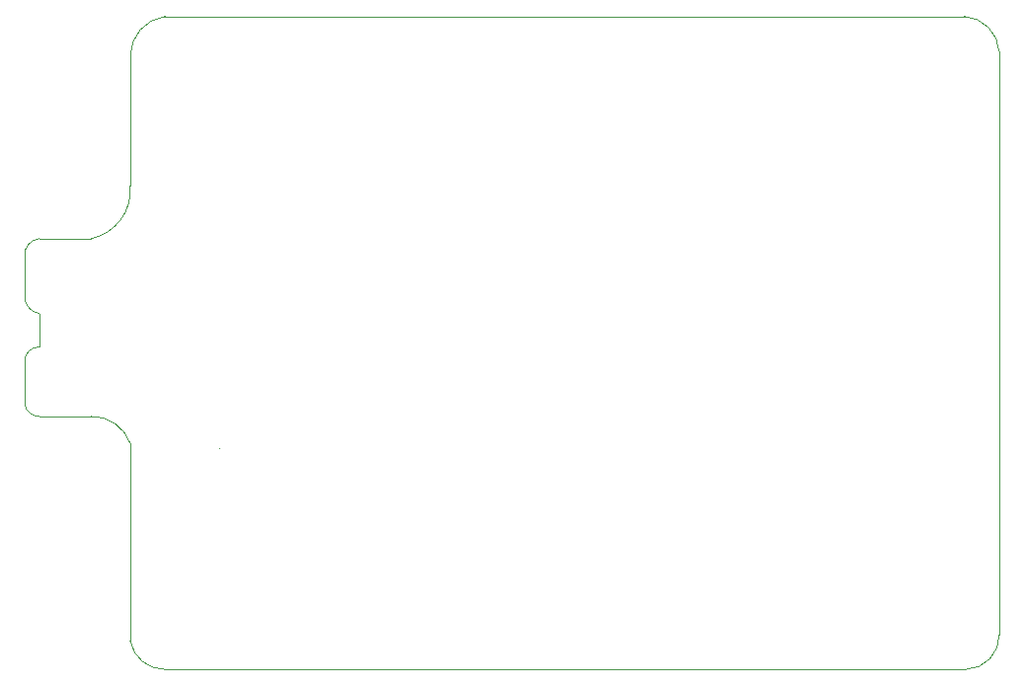
<source format=gbr>
%TF.GenerationSoftware,KiCad,Pcbnew,(6.0.7-1)-1*%
%TF.CreationDate,2022-09-15T19:16:24-07:00*%
%TF.ProjectId,KamiPCBv2,4b616d69-5043-4427-9632-2e6b69636164,rev?*%
%TF.SameCoordinates,Original*%
%TF.FileFunction,Profile,NP*%
%FSLAX46Y46*%
G04 Gerber Fmt 4.6, Leading zero omitted, Abs format (unit mm)*
G04 Created by KiCad (PCBNEW (6.0.7-1)-1) date 2022-09-15 19:16:24*
%MOMM*%
%LPD*%
G01*
G04 APERTURE LIST*
%TA.AperFunction,Profile*%
%ADD10C,0.050000*%
%TD*%
G04 APERTURE END LIST*
D10*
X100577500Y-108340000D02*
X100577496Y-105480000D01*
X100577500Y-108340000D02*
G75*
G03*
X99330000Y-109684833I-33018J-1220394D01*
G01*
X99330000Y-104140000D02*
G75*
G03*
X100577496Y-105480000I1460045J108565D01*
G01*
X99330000Y-113300000D02*
X99330000Y-109684833D01*
X182880029Y-83003298D02*
G75*
G03*
X179880000Y-80003271I-3172929J-172902D01*
G01*
X182880000Y-133003329D02*
X182880000Y-83003300D01*
X104990378Y-114300000D02*
X100600000Y-114300000D01*
X119127757Y-136003300D02*
X180007000Y-136003300D01*
X100600002Y-99060026D02*
G75*
G03*
X99330000Y-100524833I97598J-1367574D01*
G01*
X108380770Y-116624153D02*
G75*
G03*
X104990378Y-114300000I-3314870J-1200647D01*
G01*
X104990373Y-99059977D02*
G75*
G03*
X108380757Y-94543300I-840173J4161477D01*
G01*
X111380800Y-136003300D02*
X119127757Y-136003300D01*
X99330000Y-104140000D02*
X99330000Y-100524833D01*
X108380757Y-94543300D02*
X108380757Y-83401315D01*
X180007000Y-136003275D02*
G75*
G03*
X182880000Y-133003329I-29300J2903746D01*
G01*
X99329999Y-113300000D02*
G75*
G03*
X100600000Y-114300000I1228701J254000D01*
G01*
X116000757Y-117003271D02*
X116000757Y-117003271D01*
X108380703Y-133578558D02*
G75*
G03*
X111380800Y-136003300I2931997J559358D01*
G01*
X179880000Y-80003271D02*
X119035189Y-80003300D01*
X111380757Y-80003300D02*
X119035189Y-80003300D01*
X100600000Y-99060000D02*
X104990378Y-99060000D01*
X111380752Y-80003263D02*
G75*
G03*
X108380757Y-83401315I424448J-3398037D01*
G01*
X108380757Y-133578548D02*
X108380778Y-116624150D01*
M02*

</source>
